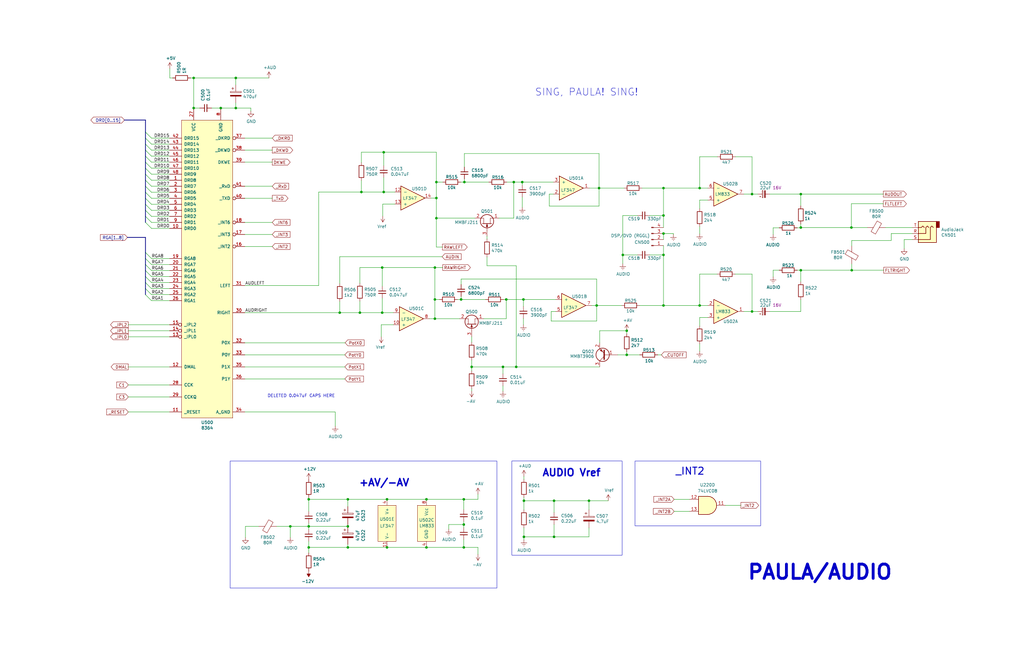
<source format=kicad_sch>
(kicad_sch (version 20230121) (generator eeschema)
  (paper "B")
  (title_block (title "AMIGA PCI") (date "2024-03-23") (rev "2.0"))
  (junction (at 216.662 76.835))
  (junction (at 220.218 76.835))
  (junction (at 184.023 76.835))
  (junction (at 130.175 210.693))
  (junction (at 337.693 81.915))
  (junction (at 213.487 126.365))
  (junction (at 146.685 210.693))
  (junction (at 279.781 128.905))
  (junction (at 317.119 131.445))
  (junction (at 122.428 222.123))
  (junction (at 295.021 79.375))
  (junction (at 93.091 45.593))
  (junction (at 161.798 81.026))
  (junction (at 130.175 231.013))
  (junction (at 262.636 107.569))
  (junction (at 220.726 126.365))
  (junction (at 81.661 32.893))
  (junction (at 233.6292 226.5426))
  (junction (at 248.3612 211.3026))
  (junction (at 163.195 210.693))
  (junction (at 212.09 154.813))
  (junction (at 161.163 131.953))
  (junction (at 220.9292 211.3026))
  (junction (at 217.678 154.813))
  (junction (at 317.119 81.915))
  (junction (at 195.58 231.013))
  (junction (at 130.175 222.123))
  (junction (at 99.441 45.593))
  (junction (at 81.661 45.593))
  (junction (at 194.437 126.365))
  (junction (at 337.693 96.012))
  (junction (at 183.388 126.365))
  (junction (at 146.685 222.123))
  (junction (at 99.441 32.893))
  (junction (at 279.781 79.375))
  (junction (at 220.9292 226.5426))
  (junction (at 195.834 76.835))
  (junction (at 183.388 134.493))
  (junction (at 163.195 231.013))
  (junction (at 264.287 139.573))
  (junction (at 195.58 221.361))
  (junction (at 183.388 112.903))
  (junction (at 359.156 114.046))
  (junction (at 152.4 81.026))
  (junction (at 279.781 90.932))
  (junction (at 184.023 92.075))
  (junction (at 359.029 96.012))
  (junction (at 337.693 114.046))
  (junction (at 179.832 231.013))
  (junction (at 151.765 131.953))
  (junction (at 279.781 107.569))
  (junction (at 264.287 149.733))
  (junction (at 279.781 98.552))
  (junction (at 161.163 112.903))
  (junction (at 233.6292 211.3026))
  (junction (at 252.603 79.375))
  (junction (at 146.685 231.013))
  (junction (at 251.587 128.905))
  (junction (at 161.798 64.262))
  (junction (at 179.832 210.693))
  (junction (at 184.023 83.566))
  (junction (at 198.882 154.813))
  (junction (at 295.021 128.905))
  (junction (at 195.58 210.693))
  (junction (at 143.256 131.953))
  (bus_entry (at 63.881 65.913) (size -2.54 -2.54))
  (bus_entry (at 63.881 88.773) (size -2.54 -2.54))
  (bus_entry (at 63.881 60.833) (size -2.54 -2.54))
  (bus_entry (at 63.881 114.173) (size -2.54 -2.54))
  (bus_entry (at 63.881 119.253) (size -2.54 -2.54))
  (bus_entry (at 63.881 83.693) (size -2.54 -2.54))
  (bus_entry (at 63.881 76.073) (size -2.54 -2.54))
  (bus_entry (at 63.881 91.313) (size -2.54 -2.54))
  (bus_entry (at 63.881 81.153) (size -2.54 -2.54))
  (bus_entry (at 63.881 63.373) (size -2.54 -2.54))
  (bus_entry (at 63.881 111.633) (size -2.54 -2.54))
  (bus_entry (at 63.881 73.533) (size -2.54 -2.54))
  (bus_entry (at 63.881 58.293) (size -2.54 -2.54))
  (bus_entry (at 63.881 68.453) (size -2.54 -2.54))
  (bus_entry (at 63.881 124.333) (size -2.54 -2.54))
  (bus_entry (at 63.881 86.233) (size -2.54 -2.54))
  (bus_entry (at 63.881 121.793) (size -2.54 -2.54))
  (bus_entry (at 63.881 96.393) (size -2.54 -2.54))
  (bus_entry (at 63.881 78.613) (size -2.54 -2.54))
  (bus_entry (at 63.881 109.093) (size -2.54 -2.54))
  (bus_entry (at 63.881 126.873) (size -2.54 -2.54))
  (bus_entry (at 63.881 116.713) (size -2.54 -2.54))
  (bus_entry (at 63.881 93.853) (size -2.54 -2.54))
  (bus_entry (at 63.881 70.993) (size -2.54 -2.54))
  (wire (pts (xy 54.102 142.113) (xy 71.501 142.113)))
  (wire (pts (xy 99.441 45.593) (xy 99.441 43.434)))
  (wire (pts (xy 130.175 210.693) (xy 146.685 210.693)))
  (wire (pts (xy 146.685 221.361) (xy 146.685 222.123)))
  (wire (pts (xy 337.693 96.012) (xy 359.029 96.012)))
  (wire (pts (xy 317.119 81.915) (xy 317.119 66.167)))
  (wire (pts (xy 233.6292 221.3356) (xy 233.6292 226.5426)))
  (wire (pts (xy 71.501 124.333) (xy 63.881 124.333)))
  (wire (pts (xy 210.439 92.075) (xy 216.662 92.075)))
  (bus (pts (xy 61.341 63.373) (xy 61.341 65.913)))
  (wire (pts (xy 183.388 112.903) (xy 161.163 112.903)))
  (wire (pts (xy 103.505 222.123) (xy 109.093 222.123)))
  (bus (pts (xy 61.341 81.153) (xy 61.341 83.693)))
  (wire (pts (xy 217.678 154.813) (xy 252.857 154.813)))
  (bus (pts (xy 61.341 88.773) (xy 61.341 91.313)))
  (bus (pts (xy 61.341 106.553) (xy 61.341 109.093)))
  (wire (pts (xy 183.388 134.493) (xy 183.388 126.365)))
  (wire (pts (xy 212.09 162.814) (xy 212.09 165.1)))
  (wire (pts (xy 103.251 173.863) (xy 141.351 173.863)))
  (wire (pts (xy 381.254 101.092) (xy 381.254 104.902)))
  (wire (pts (xy 264.287 148.463) (xy 264.287 149.733)))
  (wire (pts (xy 205.359 112.141) (xy 217.678 112.141)))
  (wire (pts (xy 71.501 65.913) (xy 63.881 65.913)))
  (wire (pts (xy 161.798 81.026) (xy 166.497 81.026)))
  (wire (pts (xy 71.501 63.373) (xy 63.881 63.373)))
  (bus (pts (xy 61.341 50.673) (xy 61.341 55.753)))
  (wire (pts (xy 184.023 92.075) (xy 184.023 104.267)))
  (wire (pts (xy 295.021 66.167) (xy 295.021 79.375)))
  (wire (pts (xy 336.169 114.046) (xy 337.693 114.046)))
  (wire (pts (xy 184.023 83.566) (xy 184.023 92.075)))
  (wire (pts (xy 216.662 76.835) (xy 220.218 76.835)))
  (wire (pts (xy 161.798 74.93) (xy 161.798 81.026)))
  (wire (pts (xy 359.156 101.473) (xy 375.793 101.473)))
  (wire (pts (xy 54.102 173.863) (xy 71.501 173.863)))
  (wire (pts (xy 71.501 93.853) (xy 63.881 93.853)))
  (wire (pts (xy 284.2768 215.7984) (xy 290.7284 215.7984)))
  (wire (pts (xy 262.636 107.569) (xy 268.859 107.569)))
  (wire (pts (xy 183.388 126.365) (xy 185.293 126.365)))
  (wire (pts (xy 220.9292 211.3026) (xy 220.9292 215.1126)))
  (wire (pts (xy 103.251 154.813) (xy 145.415 154.813)))
  (wire (pts (xy 302.514 66.167) (xy 295.021 66.167)))
  (wire (pts (xy 262.636 111.252) (xy 262.636 107.569)))
  (wire (pts (xy 359.156 114.046) (xy 359.156 111.379)))
  (wire (pts (xy 234.315 131.445) (xy 232.41 131.445)))
  (wire (pts (xy 212.09 154.813) (xy 212.09 157.734)))
  (wire (pts (xy 152.4 64.262) (xy 161.798 64.262)))
  (wire (pts (xy 195.58 210.693) (xy 201.549 210.693)))
  (wire (pts (xy 279.781 107.569) (xy 279.781 128.905)))
  (wire (pts (xy 302.387 115.697) (xy 295.021 115.697)))
  (wire (pts (xy 295.021 133.985) (xy 295.021 137.541)))
  (wire (pts (xy 130.175 222.123) (xy 146.685 222.123)))
  (wire (pts (xy 313.69 81.915) (xy 317.119 81.915)))
  (wire (pts (xy 231.648 81.915) (xy 233.299 81.915)))
  (wire (pts (xy 152.4 68.58) (xy 152.4 64.262)))
  (wire (pts (xy 71.628 32.893) (xy 72.771 32.893)))
  (wire (pts (xy 203.962 134.493) (xy 213.487 134.493)))
  (wire (pts (xy 198.882 142.113) (xy 198.882 144.399)))
  (wire (pts (xy 375.793 98.552) (xy 384.683 98.552)))
  (wire (pts (xy 233.6292 226.5426) (xy 248.3612 226.5426)))
  (wire (pts (xy 295.021 79.375) (xy 298.45 79.375)))
  (wire (pts (xy 151.765 131.953) (xy 161.163 131.953)))
  (wire (pts (xy 268.859 90.932) (xy 262.636 90.932)))
  (wire (pts (xy 71.501 86.233) (xy 63.881 86.233)))
  (wire (pts (xy 130.175 210.693) (xy 130.175 215.773)))
  (wire (pts (xy 183.388 112.903) (xy 183.388 126.365)))
  (wire (pts (xy 269.748 128.905) (xy 279.781 128.905)))
  (wire (pts (xy 122.428 222.123) (xy 116.713 222.123)))
  (wire (pts (xy 146.685 231.013) (xy 163.195 231.013)))
  (wire (pts (xy 130.175 209.931) (xy 130.175 210.693)))
  (wire (pts (xy 273.939 107.569) (xy 279.781 107.569)))
  (bus (pts (xy 61.341 73.533) (xy 61.341 76.073)))
  (wire (pts (xy 195.834 76.835) (xy 206.121 76.835)))
  (wire (pts (xy 181.737 83.566) (xy 184.023 83.566)))
  (wire (pts (xy 195.834 64.77) (xy 252.603 64.77)))
  (wire (pts (xy 220.9292 209.9056) (xy 220.9292 211.3026)))
  (wire (pts (xy 146.685 231.013) (xy 130.175 231.013)))
  (wire (pts (xy 373.38 96.012) (xy 384.683 96.012)))
  (wire (pts (xy 152.4 81.026) (xy 161.798 81.026)))
  (wire (pts (xy 161.417 86.106) (xy 161.417 91.186)))
  (wire (pts (xy 183.388 134.493) (xy 193.802 134.493)))
  (wire (pts (xy 184.023 83.566) (xy 184.023 76.835)))
  (wire (pts (xy 184.023 76.835) (xy 184.023 64.262)))
  (wire (pts (xy 359.029 96.012) (xy 359.029 85.979)))
  (wire (pts (xy 252.603 79.375) (xy 252.603 64.77)))
  (wire (pts (xy 143.256 131.953) (xy 151.765 131.953)))
  (wire (pts (xy 317.119 115.697) (xy 310.007 115.697)))
  (wire (pts (xy 248.3612 211.3026) (xy 256.4892 211.3026)))
  (wire (pts (xy 152.4 76.2) (xy 152.4 81.026)))
  (wire (pts (xy 233.6292 216.2556) (xy 233.6292 211.3026)))
  (wire (pts (xy 252.857 139.573) (xy 264.287 139.573)))
  (wire (pts (xy 71.501 83.693) (xy 63.881 83.693)))
  (wire (pts (xy 231.648 81.915) (xy 231.648 86.995)))
  (wire (pts (xy 220.9292 227.8126) (xy 220.9292 226.5426)))
  (wire (pts (xy 114.808 98.933) (xy 103.251 98.933)))
  (wire (pts (xy 326.009 96.139) (xy 326.009 98.933)))
  (wire (pts (xy 71.501 76.073) (xy 63.881 76.073)))
  (wire (pts (xy 81.661 32.893) (xy 99.441 32.893)))
  (wire (pts (xy 151.765 127.127) (xy 151.765 131.953)))
  (wire (pts (xy 103.251 144.653) (xy 145.542 144.653)))
  (wire (pts (xy 217.678 112.141) (xy 217.678 154.813)))
  (wire (pts (xy 184.023 76.835) (xy 186.69 76.835)))
  (wire (pts (xy 279.781 79.375) (xy 295.021 79.375)))
  (wire (pts (xy 279.781 90.932) (xy 279.781 79.375)))
  (wire (pts (xy 248.539 79.375) (xy 252.603 79.375)))
  (wire (pts (xy 337.693 96.139) (xy 337.693 96.012)))
  (wire (pts (xy 295.021 84.455) (xy 295.021 88.011)))
  (wire (pts (xy 220.726 134.366) (xy 220.726 137.033)))
  (wire (pts (xy 195.58 227.711) (xy 195.58 231.013)))
  (wire (pts (xy 184.023 104.267) (xy 186.563 104.267)))
  (bus (pts (xy 61.341 65.913) (xy 61.341 68.453)))
  (wire (pts (xy 220.218 83.185) (xy 220.218 87.503)))
  (wire (pts (xy 186.436 108.331) (xy 143.256 108.331)))
  (wire (pts (xy 194.437 126.365) (xy 204.724 126.365)))
  (wire (pts (xy 317.119 66.167) (xy 310.134 66.167)))
  (wire (pts (xy 359.029 85.979) (xy 372.491 85.979)))
  (bus (pts (xy 61.341 50.673) (xy 52.451 50.673)))
  (wire (pts (xy 71.501 126.873) (xy 63.881 126.873)))
  (bus (pts (xy 61.341 70.993) (xy 61.341 73.533)))
  (wire (pts (xy 264.287 149.733) (xy 269.748 149.733)))
  (wire (pts (xy 232.41 135.509) (xy 251.587 135.509)))
  (wire (pts (xy 359.156 114.046) (xy 372.618 114.046)))
  (wire (pts (xy 248.3612 215.1126) (xy 248.3612 211.3026)))
  (wire (pts (xy 130.175 222.123) (xy 130.175 223.393)))
  (wire (pts (xy 54.102 139.573) (xy 71.501 139.573)))
  (wire (pts (xy 103.505 222.123) (xy 103.505 226.822)))
  (wire (pts (xy 194.437 125.095) (xy 194.437 126.365)))
  (wire (pts (xy 130.175 233.299) (xy 130.175 231.013)))
  (wire (pts (xy 80.391 32.893) (xy 81.661 32.893)))
  (wire (pts (xy 71.501 88.773) (xy 63.881 88.773)))
  (wire (pts (xy 143.256 127.254) (xy 143.256 131.953)))
  (wire (pts (xy 71.501 73.533) (xy 63.881 73.533)))
  (wire (pts (xy 195.58 231.013) (xy 201.549 231.013)))
  (wire (pts (xy 326.009 114.046) (xy 326.009 116.84)))
  (wire (pts (xy 252.603 79.375) (xy 263.144 79.375)))
  (wire (pts (xy 122.428 222.123) (xy 122.428 226.822)))
  (wire (pts (xy 233.6292 211.3026) (xy 248.3612 211.3026)))
  (wire (pts (xy 337.693 114.046) (xy 359.156 114.046)))
  (wire (pts (xy 114.808 63.373) (xy 103.251 63.373)))
  (wire (pts (xy 161.163 125.857) (xy 161.163 131.953)))
  (wire (pts (xy 220.9292 226.5426) (xy 233.6292 226.5426)))
  (wire (pts (xy 220.726 126.365) (xy 234.315 126.365)))
  (bus (pts (xy 61.341 91.313) (xy 61.341 93.853)))
  (wire (pts (xy 270.764 79.375) (xy 279.781 79.375)))
  (wire (pts (xy 99.441 35.814) (xy 99.441 32.893)))
  (wire (pts (xy 146.685 210.693) (xy 163.195 210.693)))
  (wire (pts (xy 71.501 109.093) (xy 63.881 109.093)))
  (wire (pts (xy 359.029 96.012) (xy 365.76 96.012)))
  (wire (pts (xy 279.781 90.932) (xy 279.781 96.012)))
  (wire (pts (xy 114.808 83.693) (xy 103.251 83.693)))
  (wire (pts (xy 146.685 210.693) (xy 146.685 213.741)))
  (wire (pts (xy 163.195 231.013) (xy 179.832 231.013)))
  (wire (pts (xy 161.163 131.953) (xy 165.862 131.953)))
  (wire (pts (xy 198.882 154.813) (xy 212.09 154.813)))
  (wire (pts (xy 201.549 231.013) (xy 201.549 233.934)))
  (wire (pts (xy 279.781 98.552) (xy 283.972 98.552)))
  (wire (pts (xy 328.549 96.139) (xy 326.009 96.139)))
  (wire (pts (xy 114.808 68.453) (xy 103.251 68.453)))
  (wire (pts (xy 161.163 112.903) (xy 151.765 112.903)))
  (bus (pts (xy 61.341 58.293) (xy 61.341 60.833)))
  (wire (pts (xy 54.102 154.813) (xy 71.501 154.813)))
  (wire (pts (xy 262.636 90.932) (xy 262.636 107.569)))
  (wire (pts (xy 71.501 60.833) (xy 63.881 60.833)))
  (wire (pts (xy 359.156 103.759) (xy 359.156 101.473)))
  (wire (pts (xy 130.175 231.013) (xy 130.175 228.473)))
  (bus (pts (xy 61.341 60.833) (xy 61.341 63.373)))
  (wire (pts (xy 166.497 86.106) (xy 161.417 86.106)))
  (wire (pts (xy 298.45 84.455) (xy 295.021 84.455)))
  (wire (pts (xy 114.808 78.613) (xy 103.251 78.613)))
  (wire (pts (xy 231.648 86.995) (xy 252.603 86.995)))
  (bus (pts (xy 61.341 100.203) (xy 53.721 100.203)))
  (wire (pts (xy 298.45 133.985) (xy 295.021 133.985)))
  (wire (pts (xy 103.251 159.893) (xy 145.415 159.893)))
  (wire (pts (xy 375.793 101.473) (xy 375.793 98.552)))
  (wire (pts (xy 71.501 119.253) (xy 63.881 119.253)))
  (wire (pts (xy 337.693 86.868) (xy 337.693 81.915)))
  (wire (pts (xy 220.218 78.105) (xy 220.218 76.835)))
  (wire (pts (xy 163.195 210.693) (xy 179.832 210.693)))
  (wire (pts (xy 337.693 126.492) (xy 337.693 131.445)))
  (wire (pts (xy 134.366 81.026) (xy 152.4 81.026)))
  (wire (pts (xy 179.832 210.693) (xy 195.58 210.693)))
  (wire (pts (xy 71.501 70.993) (xy 63.881 70.993)))
  (wire (pts (xy 189.23 221.361) (xy 189.23 223.266)))
  (wire (pts (xy 279.781 90.932) (xy 273.939 90.932)))
  (wire (pts (xy 317.119 131.445) (xy 317.119 115.697)))
  (wire (pts (xy 279.781 98.552) (xy 279.781 101.092)))
  (wire (pts (xy 195.58 220.091) (xy 195.58 221.361)))
  (wire (pts (xy 184.023 92.075) (xy 200.279 92.075)))
  (wire (pts (xy 189.23 221.361) (xy 195.58 221.361)))
  (wire (pts (xy 141.351 179.832) (xy 141.351 173.863)))
  (wire (pts (xy 198.882 152.019) (xy 198.882 154.813)))
  (wire (pts (xy 295.021 115.697) (xy 295.021 128.905)))
  (wire (pts (xy 71.501 78.613) (xy 63.881 78.613)))
  (bus (pts (xy 61.341 121.793) (xy 61.341 124.333)))
  (wire (pts (xy 324.612 131.445) (xy 337.693 131.445)))
  (wire (pts (xy 324.612 81.915) (xy 337.693 81.915)))
  (wire (pts (xy 220.9292 201.0156) (xy 220.9292 202.2856)))
  (wire (pts (xy 179.832 231.013) (xy 195.58 231.013)))
  (wire (pts (xy 216.662 76.835) (xy 213.741 76.835)))
  (wire (pts (xy 220.726 129.286) (xy 220.726 126.365)))
  (wire (pts (xy 103.251 131.953) (xy 143.256 131.953)))
  (wire (pts (xy 336.169 96.139) (xy 337.693 96.139)))
  (wire (pts (xy 284.2768 210.7184) (xy 290.7284 210.7184)))
  (wire (pts (xy 195.834 70.485) (xy 195.834 64.77)))
  (wire (pts (xy 337.693 114.046) (xy 337.693 118.872)))
  (wire (pts (xy 205.359 99.695) (xy 205.359 100.838)))
  (wire (pts (xy 181.102 134.493) (xy 183.388 134.493)))
  (wire (pts (xy 161.798 64.262) (xy 161.798 69.85)))
  (wire (pts (xy 71.501 68.453) (xy 63.881 68.453)))
  (bus (pts (xy 61.341 86.233) (xy 61.341 88.773)))
  (wire (pts (xy 183.388 112.903) (xy 186.69 112.903)))
  (wire (pts (xy 220.9292 222.7326) (xy 220.9292 226.5426)))
  (wire (pts (xy 295.021 95.631) (xy 295.021 98.679)))
  (wire (pts (xy 146.685 231.013) (xy 146.685 229.743)))
  (wire (pts (xy 114.808 104.013) (xy 103.251 104.013)))
  (wire (pts (xy 71.501 121.793) (xy 63.881 121.793)))
  (wire (pts (xy 216.662 92.075) (xy 216.662 76.835)))
  (wire (pts (xy 337.693 96.012) (xy 337.693 94.488)))
  (wire (pts (xy 220.218 76.835) (xy 233.299 76.835)))
  (wire (pts (xy 54.102 137.033) (xy 71.501 137.033)))
  (wire (pts (xy 277.368 149.733) (xy 278.892 149.733)))
  (wire (pts (xy 198.882 154.813) (xy 198.882 156.464)))
  (wire (pts (xy 195.58 221.361) (xy 195.58 222.631)))
  (wire (pts (xy 279.781 103.632) (xy 279.781 107.569)))
  (wire (pts (xy 212.09 154.813) (xy 217.678 154.813)))
  (wire (pts (xy 283.972 98.552) (xy 283.972 98.933)))
  (bus (pts (xy 61.341 100.203) (xy 61.341 106.553)))
  (wire (pts (xy 114.808 93.853) (xy 103.251 93.853)))
  (wire (pts (xy 71.501 91.313) (xy 63.881 91.313)))
  (wire (pts (xy 248.3612 226.5426) (xy 248.3612 222.7326)))
  (wire (pts (xy 71.501 81.153) (xy 63.881 81.153)))
  (wire (pts (xy 328.549 114.046) (xy 326.009 114.046)))
  (wire (pts (xy 161.798 64.262) (xy 184.023 64.262)))
  (wire (pts (xy 305.9684 213.2584) (xy 312.42 213.2584)))
  (wire (pts (xy 260.477 149.733) (xy 264.287 149.733)))
  (wire (pts (xy 205.359 108.458) (xy 205.359 112.141)))
  (wire (pts (xy 213.487 126.365) (xy 220.726 126.365)))
  (wire (pts (xy 319.532 131.445) (xy 317.119 131.445)))
  (bus (pts (xy 61.341 111.633) (xy 61.341 114.173)))
  (wire (pts (xy 384.683 101.092) (xy 381.254 101.092)))
  (wire (pts (xy 99.441 32.893) (xy 113.411 32.893)))
  (bus (pts (xy 61.341 78.613) (xy 61.341 81.153)))
  (wire (pts (xy 143.256 108.331) (xy 143.256 119.634)))
  (bus (pts (xy 61.341 114.173) (xy 61.341 116.713)))
  (wire (pts (xy 71.501 116.713) (xy 63.881 116.713)))
  (wire (pts (xy 103.251 149.733) (xy 145.415 149.733)))
  (wire (pts (xy 279.781 128.905) (xy 295.021 128.905)))
  (wire (pts (xy 295.021 128.905) (xy 298.45 128.905)))
  (wire (pts (xy 192.913 126.365) (xy 194.437 126.365)))
  (wire (pts (xy 103.251 120.523) (xy 134.366 120.523)))
  (wire (pts (xy 194.437 117.729) (xy 251.587 117.729)))
  (wire (pts (xy 71.628 28.956) (xy 71.628 32.893)))
  (wire (pts (xy 81.661 45.593) (xy 81.661 32.893)))
  (wire (pts (xy 295.021 145.161) (xy 295.021 148.209)))
  (wire (pts (xy 251.587 128.905) (xy 262.128 128.905)))
  (wire (pts (xy 195.834 75.565) (xy 195.834 76.835)))
  (wire (pts (xy 71.501 96.393) (xy 63.881 96.393)))
  (wire (pts (xy 93.091 45.593) (xy 99.441 45.593)))
  (bus (pts (xy 61.341 116.713) (xy 61.341 119.253)))
  (bus (pts (xy 61.341 76.073) (xy 61.341 78.613)))
  (wire (pts (xy 89.281 45.593) (xy 93.091 45.593)))
  (wire (pts (xy 213.487 126.365) (xy 212.344 126.365)))
  (wire (pts (xy 251.587 135.509) (xy 251.587 128.905)))
  (wire (pts (xy 99.441 45.593) (xy 105.791 45.593)))
  (wire (pts (xy 213.487 134.493) (xy 213.487 126.365)))
  (wire (pts (xy 84.201 45.593) (xy 81.661 45.593)))
  (bus (pts (xy 61.341 68.453) (xy 61.341 70.993)))
  (wire (pts (xy 252.603 86.995) (xy 252.603 79.375)))
  (wire (pts (xy 151.765 112.903) (xy 151.765 119.507)))
  (bus (pts (xy 61.341 55.753) (xy 61.341 58.293)))
  (wire (pts (xy 114.808 58.293) (xy 103.251 58.293)))
  (wire (pts (xy 201.549 210.693) (xy 201.549 208.534)))
  (wire (pts (xy 130.175 220.853) (xy 130.175 222.123)))
  (wire (pts (xy 134.366 120.523) (xy 134.366 81.026)))
  (wire (pts (xy 220.9292 211.3026) (xy 233.6292 211.3026)))
  (wire (pts (xy 54.102 167.513) (xy 71.501 167.513)))
  (bus (pts (xy 61.341 83.693) (xy 61.341 86.233)))
  (wire (pts (xy 313.69 131.445) (xy 317.119 131.445)))
  (wire (pts (xy 198.882 164.084) (xy 198.882 164.973)))
  (wire (pts (xy 194.31 76.835) (xy 195.834 76.835)))
  (wire (pts (xy 264.287 139.573) (xy 264.287 140.843)))
  (wire (pts (xy 232.41 131.445) (xy 232.41 135.509)))
  (bus (pts (xy 61.341 109.093) (xy 61.341 111.633)))
  (wire (pts (xy 105.791 45.593) (xy 105.791 46.863)))
  (wire (pts (xy 165.862 137.033) (xy 160.782 137.033)))
  (wire (pts (xy 54.102 162.433) (xy 71.501 162.433)))
  (wire (pts (xy 194.437 120.015) (xy 194.437 117.729)))
  (wire (pts (xy 71.501 114.173) (xy 63.881 114.173)))
  (wire (pts (xy 251.587 128.905) (xy 251.587 117.729)))
  (wire (pts (xy 161.163 112.903) (xy 161.163 120.777)))
  (wire (pts (xy 337.693 81.915) (xy 372.491 81.915)))
  (wire (pts (xy 71.501 58.293) (xy 63.881 58.293)))
  (wire (pts (xy 195.58 210.693) (xy 195.58 215.011)))
  (wire (pts (xy 160.782 137.033) (xy 160.782 142.113)))
  (wire (pts (xy 122.428 222.123) (xy 130.175 222.123)))
  (wire (pts (xy 252.857 144.653) (xy 252.857 139.573)))
  (bus (pts (xy 61.341 119.253) (xy 61.341 121.793)))
  (wire (pts (xy 71.501 111.633) (xy 63.881 111.633)))
  (wire (pts (xy 319.532 81.915) (xy 317.119 81.915)))
  (wire (pts (xy 249.555 128.905) (xy 251.587 128.905)))
  (rectangle (start 215.8492 194.5386) (end 262.3312 234.2896))
  (rectangle (start 97.028 194.564) (end 209.55 248.158))
  (rectangle (start 267.7668 194.564) (end 320.7512 221.8944))
  (text "AUDIO Vref" (at 253.5682 201.3966 0) (effects (font (size 3 3) (thickness 0.6) bold) (justify right bottom)))
  (text "SING, PAULA! SING!" (at 225.552 40.767 0) (effects (font (size 3 3)) (justify left bottom)))
  (text "+AV/-AV" (at 172.847 205.613 0) (effects (font (size 3 3) (thickness 0.6) bold) (justify right bottom)))
  (text "DELETED 0.047uF CAPS HERE" (at 112.776 167.894 0) (effects (font (size 1.27 1.27)) (justify left bottom)))
  (text "_INT2" (at 284.734 200.7616 0) (effects (font (size 3 3) (thickness 0.4) bold) (justify left bottom)))
  (text "PAULA/AUDIO" (at 314.833 245.11 0) (effects (font (size 6 6) (thickness 1.2) bold) (justify left bottom)))
  (label "DRD2" (at 71.501 91.313 180) (effects (font (size 1.2954 1.2954))))
  (label "DRD3" (at 71.501 88.773 180) (effects (font (size 1.2954 1.2954))))
  (label "DRD6" (at 71.501 81.153 180) (effects (font (size 1.2954 1.2954))))
  (label "DRD14" (at 71.501 60.833 180) (effects (font (size 1.2954 1.2954))))
  (label "DRD7" (at 71.501 78.613 180) (effects (font (size 1.2954 1.2954))))
  (label "DRD0" (at 71.501 96.393 180) (effects (font (size 1.2954 1.2954))))
  (label "RGA7" (at 63.881 111.633 0) (effects (font (size 1.2954 1.2954))))
  (label "RGA4" (at 63.881 119.253 0) (effects (font (size 1.2954 1.2954))))
  (label "DRD4" (at 71.501 86.233 180) (effects (font (size 1.2954 1.2954))))
  (label "RGA6" (at 63.881 114.173 0) (effects (font (size 1.2954 1.2954))))
  (label "DRD5" (at 71.501 83.693 180) (effects (font (size 1.2954 1.2954))))
  (label "RGA3" (at 63.881 121.793 0) (effects (font (size 1.2954 1.2954))))
  (label "AUDRIGHT" (at 103.378 131.953 0))
  (label "DRD11" (at 71.501 68.453 180) (effects (font (size 1.2954 1.2954))))
  (label "RGA2" (at 63.881 124.333 0) (effects (font (size 1.2954 1.2954))))
  (label "DRD8" (at 71.501 76.073 180) (effects (font (size 1.2954 1.2954))))
  (label "DRD1" (at 71.501 93.853 180) (effects (font (size 1.2954 1.2954))))
  (label "DRD9" (at 71.501 73.533 180) (effects (font (size 1.2954 1.2954))))
  (label "DRD13" (at 71.501 63.373 180) (effects (font (size 1.2954 1.2954))))
  (label "DRD15" (at 71.501 58.293 180) (effects (font (size 1.2954 1.2954))))
  (label "RGA8" (at 63.881 109.093 0) (effects (font (size 1.2954 1.2954))))
  (label "AUDLEFT" (at 103.378 120.523 0))
  (label "RGA5" (at 63.881 116.713 0) (effects (font (size 1.2954 1.2954))))
  (label "DRD10" (at 71.501 70.993 180) (effects (font (size 1.2954 1.2954))))
  (label "RGA1" (at 63.881 126.873 0) (effects (font (size 1.2954 1.2954))))
  (label "DRD12" (at 71.501 65.913 180) (effects (font (size 1.2954 1.2954))))
  (global_label "_INT2" (shape input) (at 114.808 104.013 0) (property "Intersheetrefs" "${INTERSHEET_REFS}" (at 122.7938 104.013 0) (effects (justify left))))
  (global_label "FLTRIGHT" (shape output) (at 372.618 114.046 0) (property "Intersheetrefs" "${INTERSHEET_REFS}" (at 384.051 114.046 0) (effects (justify left))))
  (global_label "PotX1" (shape input) (at 145.415 154.813 0) (property "Intersheetrefs" "${INTERSHEET_REFS}" (at 153.8845 154.813 0) (effects (justify left))))
  (global_label "DMAL" (shape output) (at 54.102 154.813 180) (property "Intersheetrefs" "${INTERSHEET_REFS}" (at 46.3581 154.813 0) (effects (justify right))))
  (global_label "_INT2A" (shape input) (at 284.2768 210.7184 180) (property "Intersheetrefs" "${INTERSHEET_REFS}" (at 275.123 210.7184 0) (effects (justify right))))
  (global_label "_INT6" (shape input) (at 114.808 93.853 0) (property "Intersheetrefs" "${INTERSHEET_REFS}" (at 122.7938 93.853 0) (effects (justify left))))
  (global_label "DRD[0..15]" (shape bidirectional) (at 52.451 50.673 180) (effects (font (size 1.2954 1.2954))) (property "Intersheetrefs" "${INTERSHEET_REFS}" (at 37.8058 50.673 0) (effects (justify right))))
  (global_label "AUDIN" (shape input) (at 186.436 108.331 0) (property "Intersheetrefs" "${INTERSHEET_REFS}" (at 194.9662 108.331 0) (effects (justify left))))
  (global_label "C1" (shape input) (at 54.102 162.433 180) (property "Intersheetrefs" "${INTERSHEET_REFS}" (at 48.7167 162.433 0) (effects (justify right))))
  (global_label "_INT2" (shape output) (at 312.42 213.2584 0) (property "Intersheetrefs" "${INTERSHEET_REFS}" (at 320.4852 213.2584 0) (effects (justify left))))
  (global_label "PotY0" (shape input) (at 145.415 149.733 0) (property "Intersheetrefs" "${INTERSHEET_REFS}" (at 153.7636 149.733 0) (effects (justify left))))
  (global_label "_IPL0" (shape output) (at 54.102 142.113 180) (property "Intersheetrefs" "${INTERSHEET_REFS}" (at 46.1162 142.113 0) (effects (justify right))))
  (global_label "C3" (shape input) (at 54.102 167.513 180) (property "Intersheetrefs" "${INTERSHEET_REFS}" (at 48.7167 167.513 0) (effects (justify right))))
  (global_label "_RxD" (shape input) (at 114.808 78.613 0) (property "Intersheetrefs" "${INTERSHEET_REFS}" (at 122.2495 78.613 0) (effects (justify left))))
  (global_label "PotY1" (shape input) (at 145.415 159.893 0) (property "Intersheetrefs" "${INTERSHEET_REFS}" (at 153.7636 159.893 0) (effects (justify left))))
  (global_label "PotX0" (shape input) (at 145.542 144.653 0) (property "Intersheetrefs" "${INTERSHEET_REFS}" (at 154.0115 144.653 0) (effects (justify left))))
  (global_label "DKWE" (shape output) (at 114.808 68.453 0) (property "Intersheetrefs" "${INTERSHEET_REFS}" (at 122.8542 68.453 0) (effects (justify left))))
  (global_label "RGA[1..8]" (shape input) (at 53.721 100.203 180) (property "Intersheetrefs" "${INTERSHEET_REFS}" (at 41.8646 100.203 0) (effects (justify right))))
  (global_label "FLTLEFT" (shape output) (at 372.491 85.979 0) (property "Intersheetrefs" "${INTERSHEET_REFS}" (at 382.7144 85.979 0) (effects (justify left))))
  (global_label "_IPL1" (shape output) (at 54.102 139.573 180) (property "Intersheetrefs" "${INTERSHEET_REFS}" (at 46.1162 139.573 0) (effects (justify right))))
  (global_label "_RESET" (shape input) (at 54.102 173.863 180) (property "Intersheetrefs" "${INTERSHEET_REFS}" (at 44.4835 173.863 0) (effects (justify right))))
  (global_label "_DKRD" (shape input) (at 114.808 58.293 0) (property "Intersheetrefs" "${INTERSHEET_REFS}" (at 123.7614 58.293 0) (effects (justify left))))
  (global_label "_DKWD" (shape output) (at 114.808 63.373 0) (property "Intersheetrefs" "${INTERSHEET_REFS}" (at 123.9428 63.373 0) (effects (justify left))))
  (global_label "RAWRIGHT" (shape output) (at 186.69 112.903 0) (property "Intersheetrefs" "${INTERSHEET_REFS}" (at 198.8487 112.903 0) (effects (justify left))))
  (global_label "_TxD" (shape output) (at 114.808 83.693 0) (property "Intersheetrefs" "${INTERSHEET_REFS}" (at 121.9471 83.693 0) (effects (justify left))))
  (global_label "_INT2B" (shape input) (at 284.2768 215.7984 180) (property "Intersheetrefs" "${INTERSHEET_REFS}" (at 274.9416 215.7984 0) (effects (justify right))))
  (global_label "RAWLEFT" (shape output) (at 186.563 104.267 0) (property "Intersheetrefs" "${INTERSHEET_REFS}" (at 197.5121 104.267 0) (effects (justify left))))
  (global_label "_IPL2" (shape output) (at 54.102 137.033 180) (property "Intersheetrefs" "${INTERSHEET_REFS}" (at 46.1162 137.033 0) (effects (justify right))))
  (global_label "_CUTOFF" (shape input) (at 278.892 149.733 0) (property "Intersheetrefs" "${INTERSHEET_REFS}" (at 289.8412 149.733 0) (effects (justify left))))
  (global_label "AUDOUT" (shape output) (at 372.491 81.915 0) (property "Intersheetrefs" "${INTERSHEET_REFS}" (at 382.7145 81.915 0) (effects (justify left))))
  (global_label "_INT3" (shape input) (at 114.808 98.933 0) (property "Intersheetrefs" "${INTERSHEET_REFS}" (at 122.7938 98.933 0) (effects (justify left))))
  (symbol (lib_id "AmigaPCI-Symbols:AUDIO GND") (at 122.428 226.822 0) (unit 1)
    (property "Reference" "#PWR091" (effects hide))
    (property "Value" "AUDIO" (at 122.555 231.2162 0))
    (instances (project "AmigaPCI Mainboard" (path "" (reference "#PWR091") (unit 1))) (project "2000ATX" (path "" (reference "#PWR0287") (unit 1))))
  )
  (symbol (lib_id "AmigaPCI-Symbols:+AV") (at 201.549 208.534 0) (unit 1)
    (property "Reference" "#+AV02" (effects hide))
    (property "Value" "+AV" (at 201.93 204.1398 0))
    (instances (project "AmigaPCI Mainboard" (path "" (reference "#+AV02") (unit 1))) (project "2000ATX" (path "" (reference "#+AV0101") (unit 1))))
  )
  (symbol (lib_id "Device:C_Small") (at 130.175 218.313 0) (unit 1)
    (property "Reference" "C508" (at 133.096 217.1446 0) (effects (justify left)))
    (property "Value" "0.22uF" (at 133.096 219.456 0) (effects (justify left)))
    (property "Footprint" "Capacitor_SMD:C_0603_1608Metric" (effects hide))
    (instances (project "AmigaPCI Mainboard" (path "" (reference "C508") (unit 1))) (project "2000ATX" (path "" (reference "C220") (unit 1))))
  )
  (symbol (lib_id "AmigaPCI-Symbols:Ferrite_Bead") (at 369.57 96.012 90) (unit 1)
    (property "Reference" "FB500" (at 369.57 89.0524 90))
    (property "Value" "80R" (at 369.57 91.3638 90))
    (property "Footprint" "Capacitor_SMD:C_0805_2012Metric" (effects hide))
    (instances (project "AmigaPCI Mainboard" (path "" (reference "FB500") (unit 1))) (project "2000ATX" (path "" (reference "FB401") (unit 1)) (path "" (reference "FB401") (unit 1))))
  )
  (symbol (lib_id "74xx:74LS08") (at 298.3484 213.2584 0) (unit 4)
    (property "Reference" "U220" (at 298.3401 204.6224 0))
    (property "Value" "74LVC08" (at 298.3401 207.1624 0))
    (property "Footprint" "Package_SO:TSSOP-14_4.4x5mm_P0.65mm" (effects hide))
    (property "Datasheet" "http://www.ti.com/lit/gpn/sn74LS08" (effects hide))
  )
  (symbol (lib_id "AmigaPCI-Symbols:+AV") (at 264.287 139.573 0) (unit 1)
    (property "Reference" "#+AV03" (effects hide))
    (property "Value" "+AV" (at 264.668 135.1788 0))
    (instances (project "AmigaPCI Mainboard" (path "" (reference "#+AV03") (unit 1))) (project "2000ATX" (path "" (reference "#+AV0102") (unit 1))))
  )
  (symbol (lib_id "power:+5V") (at 71.628 28.956 0) (unit 1)
    (property "Reference" "#PWR069" (effects hide))
    (property "Value" "+5V" (at 72.009 24.5618 0))
    (instances (project "AmigaPCI Mainboard" (path "" (reference "#PWR069") (unit 1))) (project "2000ATX" (path "" (reference "#PWR0276") (unit 1))))
  )
  (symbol (lib_id "Device:C_Polarized") (at 146.685 217.551 0) (unit 1)
    (property "Reference" "C523" (at 153.162 217.551 90))
    (property "Value" "47uF" (at 150.8506 217.551 90))
    (property "Footprint" "Capacitor_THT:CP_Radial_D5.0mm_P2.00mm" (effects hide))
    (instances (project "AmigaPCI Mainboard" (path "" (reference "C523") (unit 1))) (project "2000ATX" (path "" (reference "C222") (unit 1)) (path "" (reference "C222") (unit 1))))
  )
  (symbol (lib_id "Device:R") (at 143.256 123.444 0) (unit 1)
    (property "Reference" "R506" (at 145.034 122.2756 0) (effects (justify left)))
    (property "Value" "1k2" (at 145.034 124.587 0) (effects (justify left)))
    (property "Footprint" "Resistor_SMD:R_0603_1608Metric" (effects hide))
    (instances (project "AmigaPCI Mainboard" (path "" (reference "R506") (unit 1))) (project "2000ATX" (path "" (reference "R210") (unit 1))))
  )
  (symbol (lib_id "Connector:Conn_01x04_Pin") (at 274.701 101.092 0) (mirror x) (unit 1)
    (property "Reference" "CN500" (at 270.764 102.235 0))
    (property "Value" "DSP/DVD (RGGL)" (at 265.811 99.441 0))
    (property "Footprint" "Connector_PinHeader_2.54mm:PinHeader_1x04_P2.54mm_Vertical" (effects hide))
    (property "Part Number" "5-103639-3" (effects hide))
  )
  (symbol (lib_id "power:-12V") (at 130.175 240.919 180) (unit 1)
    (property "Reference" "#PWR093" (effects hide))
    (property "Value" "-12V" (at 129.794 245.3132 0))
    (instances (project "AmigaPCI Mainboard" (path "" (reference "#PWR093") (unit 1))) (project "2000ATX" (path "" (reference "#PWR0286") (unit 1))))
  )
  (symbol (lib_id "Device:R") (at 337.693 122.682 0) (unit 1)
    (property "Reference" "R522" (at 339.471 121.5136 0) (effects (justify left)))
    (property "Value" "1k" (at 339.471 123.825 0) (effects (justify left)))
    (property "Footprint" "Resistor_SMD:R_0603_1608Metric" (effects hide))
    (instances (project "AmigaPCI Mainboard" (path "" (reference "R522") (unit 1))) (project "2000ATX" (path "" (reference "R210") (unit 1))))
  )
  (symbol (lib_id "Device:R") (at 295.021 141.351 0) (unit 1)
    (property "Reference" "R519" (at 296.799 140.1826 0) (effects (justify left)))
    (property "Value" "2k4" (at 296.799 142.494 0) (effects (justify left)))
    (property "Footprint" "Resistor_SMD:R_0603_1608Metric" (effects hide))
    (instances (project "AmigaPCI Mainboard" (path "" (reference "R519") (unit 1))) (project "2000ATX" (path "" (reference "R210") (unit 1))))
  )
  (symbol (lib_id "Transistor_BJT:MMBT3906") (at 255.397 149.733 180) (unit 1)
    (property "Reference" "Q502" (at 250.571 148.336 0) (effects (justify left)))
    (property "Value" "MMBT3906" (at 250.571 150.368 0) (effects (justify left)))
    (property "Footprint" "Package_TO_SOT_SMD:SOT-23" (effects hide))
    (property "Datasheet" "https://www.onsemi.com/pdf/datasheet/pzt3906-d.pdf" (effects hide))
    (instances (project "AmigaPCI Mainboard" (path "" (reference "Q502") (unit 1))) (project "2000ATX" (path "" (reference "Q202") (unit 1))))
  )
  (symbol (lib_id "AmigaPCI-Symbols:LF347") (at 172.847 83.566 0) (mirror x) (unit 4)
    (property "Reference" "U501" (at 176.784 79.629 0))
    (property "Value" "LF347" (at 172.847 83.693 0))
    (property "Footprint" "Package_SO:SOIC-14_3.9x8.7mm_P1.27mm" (effects hide))
    (instances (project "AmigaPCI Mainboard" (path "" (reference "U501") (unit 4))) (project "2000ATX" (path "" (reference "U204") (unit 3))))
  )
  (symbol (lib_id "Device:R") (at 151.765 123.317 0) (unit 1)
    (property "Reference" "R505" (at 153.543 122.1486 0) (effects (justify left)))
    (property "Value" "750R" (at 153.543 124.46 0) (effects (justify left)))
    (property "Footprint" "Resistor_SMD:R_0603_1608Metric" (effects hide))
    (instances (project "AmigaPCI Mainboard" (path "" (reference "R505") (unit 1))) (project "2000ATX" (path "" (reference "R210") (unit 1))))
  )
  (symbol (lib_id "Device:C_Small") (at 220.726 131.826 0) (unit 1)
    (property "Reference" "C516" (at 223.647 130.6576 0) (effects (justify left)))
    (property "Value" "3900pF" (at 223.647 132.969 0) (effects (justify left)))
    (property "Footprint" "Capacitor_SMD:C_0603_1608Metric" (effects hide))
    (instances (project "AmigaPCI Mainboard" (path "" (reference "C516") (unit 1))) (project "2000ATX" (path "" (reference "C212") (unit 1))))
  )
  (symbol (lib_id "AmigaPCI-Symbols:AUDIO GND") (at 295.021 148.209 0) (unit 1)
    (property "Reference" "#PWR080" (effects hide))
    (property "Value" "AUDIO" (at 295.148 152.6032 0))
    (instances (project "AmigaPCI Mainboard" (path "" (reference "#PWR080") (unit 1))) (project "2000ATX" (path "" (reference "#PWR0283") (unit 1))))
  )
  (symbol (lib_id "AmigaPCI-Symbols:-AV") (at 201.549 233.934 180) (unit 1)
    (property "Reference" "#-AV02" (effects hide))
    (property "Value" "-AV" (at 201.168 238.3282 0))
    (instances (project "AmigaPCI Mainboard" (path "" (reference "#-AV02") (unit 1))) (project "2000ATX" (path "" (reference "#-AV0101") (unit 1))))
  )
  (symbol (lib_id "AmigaPCI-Symbols:VREF") (at 160.782 142.113 180) (unit 1)
    (property "Reference" "#VREF04" (effects hide))
    (property "Value" "VREF" (at 160.401 146.5072 0))
    (instances (project "AmigaPCI Mainboard" (path "" (reference "#VREF04") (unit 1))) (project "2000ATX" (path "" (reference "#VREF0101") (unit 1))))
  )
  (symbol (lib_id "Device:C_Small") (at 220.218 80.645 0) (unit 1)
    (property "Reference" "C517" (at 223.139 79.4766 0) (effects (justify left)))
    (property "Value" "3900pF" (at 223.139 81.788 0) (effects (justify left)))
    (property "Footprint" "Capacitor_SMD:C_0603_1608Metric" (effects hide))
    (instances (project "AmigaPCI Mainboard" (path "" (reference "C517") (unit 1))) (project "2000ATX" (path "" (reference "C212") (unit 1))))
  )
  (symbol (lib_id "Device:R") (at 205.359 104.648 0) (unit 1)
    (property "Reference" "R514" (at 207.137 103.4796 0) (effects (justify left)))
    (property "Value" "470k" (at 207.137 105.791 0) (effects (justify left)))
    (property "Footprint" "Resistor_SMD:R_0603_1608Metric" (effects hide))
    (instances (project "AmigaPCI Mainboard" (path "" (reference "R514") (unit 1))) (project "2000ATX" (path "" (reference "R210") (unit 1))))
  )
  (symbol (lib_id "AmigaPCI-Symbols:AUDIO GND") (at 212.09 165.1 0) (unit 1)
    (property "Reference" "#PWR071" (effects hide))
    (property "Value" "AUDIO" (at 212.217 169.4942 0))
    (instances (project "AmigaPCI Mainboard" (path "" (reference "#PWR071") (unit 1))) (project "2000ATX" (path "" (reference "#PWR0283") (unit 1))))
  )
  (symbol (lib_id "AmigaPCI-Symbols:AUDIO GND") (at 141.351 179.832 0) (unit 1)
    (property "Reference" "#PWR076" (effects hide))
    (property "Value" "AUDIO" (at 141.478 184.2262 0))
    (instances (project "AmigaPCI Mainboard" (path "" (reference "#PWR076") (unit 1))) (project "2000ATX" (path "" (reference "#PWR0218") (unit 1))))
  )
  (symbol (lib_id "Device:R") (at 337.693 90.678 0) (mirror x) (unit 1)
    (property "Reference" "R524" (at 339.217 89.8906 0) (effects (justify left)))
    (property "Value" "1k" (at 339.217 92.202 0) (effects (justify left)))
    (property "Footprint" "Resistor_SMD:R_0603_1608Metric" (effects hide))
    (instances (project "AmigaPCI Mainboard" (path "" (reference "R524") (unit 1))) (project "2000ATX" (path "" (reference "R210") (unit 1))))
  )
  (symbol (lib_id "Device:R") (at 306.324 66.167 90) (unit 1)
    (property "Reference" "R521" (at 308.864 64.135 90) (effects (justify left)))
    (property "Value" "4k7" (at 308.102 68.453 90) (effects (justify left)))
    (property "Footprint" "Resistor_SMD:R_0603_1608Metric" (effects hide))
    (instances (project "AmigaPCI Mainboard" (path "" (reference "R521") (unit 1))) (project "2000ATX" (path "" (reference "R210") (unit 1))))
  )
  (symbol (lib_id "Device:C_Polarized_Small") (at 322.072 131.445 90) (unit 1)
    (property "Reference" "C521" (at 322.834 126.873 90))
    (property "Value" "22uF" (at 322.834 128.794 90))
    (property "Footprint" "Capacitor_THT:CP_Radial_D5.0mm_P2.00mm" (effects hide))
    (property "Volts" "16V" (at 327.66 128.778 90))
  )
  (symbol (lib_id "AmigaPCI-Symbols:+AUD") (at 220.9292 201.0156 0) (unit 1)
    (property "Reference" "#PWR094" (effects hide))
    (property "Value" "+AUD" (at 221.3102 196.6214 0))
    (instances (project "AmigaPCI Mainboard" (path "" (reference "#PWR094") (unit 1))) (project "2000ATX" (path "" (reference "#PWR0279") (unit 1))))
  )
  (symbol (lib_id "AmigaPCI-Symbols:LF347") (at 163.195 220.853 0) (mirror y) (unit 5)
    (property "Reference" "U501" (at 163.195 219.075 0))
    (property "Value" "LF347" (at 163.195 221.996 0))
    (property "Footprint" "Package_SO:SOIC-14_3.9x8.7mm_P1.27mm" (effects hide))
    (instances (project "AmigaPCI Mainboard" (path "" (reference "U501") (unit 5))) (project "2000ATX" (path "" (reference "U204") (unit 5))))
  )
  (symbol (lib_id "Device:R") (at 130.175 237.109 0) (unit 1)
    (property "Reference" "R504" (at 131.953 235.9406 0) (effects (justify left)))
    (property "Value" "1R" (at 131.953 238.252 0) (effects (justify left)))
    (property "Footprint" "Resistor_SMD:R_0603_1608Metric" (effects hide))
    (instances (project "AmigaPCI Mainboard" (path "" (reference "R504") (unit 1))) (project "2000ATX" (path "" (reference "R208") (unit 1))))
  )
  (symbol (lib_id "Device:R") (at 152.4 72.39 0) (unit 1)
    (property "Reference" "R507" (at 154.178 71.2216 0) (effects (justify left)))
    (property "Value" "750R" (at 154.178 73.533 0) (effects (justify left)))
    (property "Footprint" "Resistor_SMD:R_0603_1608Metric" (effects hide))
    (instances (project "AmigaPCI Mainboard" (path "" (reference "R507") (unit 1))) (project "2000ATX" (path "" (reference "R210") (unit 1))))
  )
  (symbol (lib_id "Device:C_Small") (at 161.798 72.39 0) (unit 1)
    (property "Reference" "C513" (at 164.719 71.2216 0) (effects (justify left)))
    (property "Value" "0.047uF" (at 164.719 73.533 0) (effects (justify left)))
    (property "Footprint" "Capacitor_SMD:C_0603_1608Metric" (effects hide))
    (instances (project "AmigaPCI Mainboard" (path "" (reference "C513") (unit 1))) (project "2000ATX" (path "" (reference "C212") (unit 1))))
  )
  (symbol (lib_id "AmigaPCI-Symbols:Ferrite_Bead") (at 359.156 107.569 180) (unit 1)
    (property "Reference" "FB501" (at 353.3775 106.3879 0))
    (property "Value" "80R" (at 353.3775 108.6993 0))
    (property "Footprint" "Capacitor_SMD:C_0805_2012Metric" (effects hide))
    (instances (project "AmigaPCI Mainboard" (path "" (reference "FB501") (unit 1))) (project "2000ATX" (path "" (reference "FB401") (unit 1)) (path "" (reference "FB401") (unit 1))))
  )
  (symbol (lib_id "Device:R") (at 266.954 79.375 90) (unit 1)
    (property "Reference" "R517" (at 269.494 77.343 90) (effects (justify left)))
    (property "Value" "10k" (at 268.732 81.661 90) (effects (justify left)))
    (property "Footprint" "Resistor_SMD:R_0603_1608Metric" (effects hide))
    (instances (project "AmigaPCI Mainboard" (path "" (reference "R517") (unit 1))) (project "2000ATX" (path "" (reference "R210") (unit 1))))
  )
  (symbol (lib_id "Device:R") (at 332.359 96.139 90) (mirror x) (unit 1)
    (property "Reference" "R526" (at 334.772 94.234 90) (effects (justify left)))
    (property "Value" "1k" (at 333.629 98.425 90) (effects (justify left)))
    (property "Footprint" "Resistor_SMD:R_0603_1608Metric" (effects hide))
    (instances (project "AmigaPCI Mainboard" (path "" (reference "R526") (unit 1))) (project "2000ATX" (path "" (reference "R210") (unit 1))))
  )
  (symbol (lib_id "Device:C_Small") (at 194.437 122.555 0) (unit 1)
    (property "Reference" "C524" (at 197.358 121.3866 0) (effects (justify left)))
    (property "Value" "6800pF" (at 197.358 123.698 0) (effects (justify left)))
    (property "Footprint" "Capacitor_SMD:C_0603_1608Metric" (effects hide))
    (instances (project "AmigaPCI Mainboard" (path "" (reference "C524") (unit 1))) (project "2000ATX" (path "" (reference "C212") (unit 1))))
  )
  (symbol (lib_id "Device:R") (at 198.882 160.274 0) (unit 1)
    (property "Reference" "R509" (at 200.66 159.1056 0) (effects (justify left)))
    (property "Value" "10k" (at 200.66 161.417 0) (effects (justify left)))
    (property "Footprint" "Resistor_SMD:R_0603_1608Metric" (effects hide))
    (instances (project "AmigaPCI Mainboard" (path "" (reference "R509") (unit 1))) (project "2000ATX" (path "" (reference "R210") (unit 1))))
  )
  (symbol (lib_id "Device:C_Small") (at 86.741 45.593 90) (unit 1)
    (property "Reference" "C500" (at 85.5726 42.672 0) (effects (justify left)))
    (property "Value" "0.1uF" (at 87.884 42.672 0) (effects (justify left)))
    (property "Footprint" "Capacitor_SMD:C_0603_1608Metric" (effects hide))
    (instances (project "AmigaPCI Mainboard" (path "" (reference "C500") (unit 1))) (project "2000ATX" (path "" (reference "C200") (unit 1))))
  )
  (symbol (lib_id "AmigaPCI-Symbols:LF347") (at 240.665 128.905 0) (unit 2)
    (property "Reference" "U501" (at 244.348 125.095 0))
    (property "Value" "LF347" (at 240.538 129.794 0))
    (property "Footprint" "Package_SO:SOIC-14_3.9x8.7mm_P1.27mm" (effects hide))
    (instances (project "AmigaPCI Mainboard" (path "" (reference "U501") (unit 2))) (project "2000ATX" (path "" (reference "U204") (unit 3))))
  )
  (symbol (lib_id "AmigaPCI-Symbols:AUDIO GND") (at 262.636 111.252 0) (unit 1)
    (property "Reference" "#PWR078" (effects hide))
    (property "Value" "AUDIO" (at 262.763 115.6462 0))
    (instances (project "AmigaPCI Mainboard" (path "" (reference "#PWR078") (unit 1))) (project "2000ATX" (path "" (reference "#PWR0283") (unit 1))))
  )
  (symbol (lib_id "Device:R") (at 189.103 126.365 90) (unit 1)
    (property "Reference" "R510" (at 191.643 124.206 90) (effects (justify left)))
    (property "Value" "10k" (at 190.881 128.651 90) (effects (justify left)))
    (property "Footprint" "Resistor_SMD:R_0603_1608Metric" (effects hide))
    (instances (project "AmigaPCI Mainboard" (path "" (reference "R510") (unit 1))) (project "2000ATX" (path "" (reference "R210") (unit 1))))
  )
  (symbol (lib_id "AmigaPCI-Symbols:AUDIO GND") (at 283.972 98.933 0) (unit 1)
    (property "Reference" "#PWR077" (effects hide))
    (property "Value" "AUDIO" (at 284.099 103.3272 0))
    (instances (project "AmigaPCI Mainboard" (path "" (reference "#PWR077") (unit 1))) (project "2000ATX" (path "" (reference "#PWR0283") (unit 1))))
  )
  (symbol (lib_id "Device:R") (at 273.558 149.733 270) (unit 1)
    (property "Reference" "R513" (at 271.018 147.701 90) (effects (justify left)))
    (property "Value" "10k" (at 271.907 152.273 90) (effects (justify left)))
    (property "Footprint" "Resistor_SMD:R_0603_1608Metric" (effects hide))
    (instances (project "AmigaPCI Mainboard" (path "" (reference "R513") (unit 1))) (project "2000ATX" (path "" (reference "R214") (unit 1))))
  )
  (symbol (lib_id "AmigaPCI-Symbols:LM833") (at 304.8 131.445 0) (mirror x) (unit 1)
    (property "Reference" "U502" (at 308.102 135.636 0))
    (property "Value" "LM833" (at 304.927 131.445 0))
    (property "Footprint" "Package_SO:SOIC-8_3.9x4.9mm_P1.27mm" (effects hide))
  )
  (symbol (lib_id "power:+12V") (at 130.175 202.311 0) (unit 1)
    (property "Reference" "#PWR092" (effects hide))
    (property "Value" "+12V" (at 130.556 197.9168 0))
    (instances (project "AmigaPCI Mainboard" (path "" (reference "#PWR092") (unit 1))) (project "2000ATX" (path "" (reference "#PWR0285") (unit 1))))
  )
  (symbol (lib_id "Device:C_Small") (at 233.6292 218.7956 0) (unit 1)
    (property "Reference" "C506" (at 236.5502 217.6272 0) (effects (justify left)))
    (property "Value" "0.22uF" (at 236.5502 219.9386 0) (effects (justify left)))
    (property "Footprint" "Capacitor_SMD:C_0603_1608Metric" (effects hide))
    (instances (project "AmigaPCI Mainboard" (path "" (reference "C506") (unit 1))) (project "2000ATX" (path "" (reference "C219") (unit 1))))
  )
  (symbol (lib_id "Device:R") (at 209.931 76.835 90) (unit 1)
    (property "Reference" "R516" (at 212.471 74.803 90) (effects (justify left)))
    (property "Value" "10k" (at 211.709 79.121 90) (effects (justify left)))
    (property "Footprint" "Resistor_SMD:R_0603_1608Metric" (effects hide))
    (instances (project "AmigaPCI Mainboard" (path "" (reference "R516") (unit 1))) (project "2000ATX" (path "" (reference "R210") (unit 1))))
  )
  (symbol (lib_id "Device:R") (at 198.882 148.209 0) (unit 1)
    (property "Reference" "R508" (at 200.66 147.0406 0) (effects (justify left)))
    (property "Value" "470k" (at 200.66 149.352 0) (effects (justify left)))
    (property "Footprint" "Resistor_SMD:R_0603_1608Metric" (effects hide))
    (instances (project "AmigaPCI Mainboard" (path "" (reference "R508") (unit 1))) (project "2000ATX" (path "" (reference "R210") (unit 1))))
  )
  (symbol (lib_id "AmigaPCI-Symbols:AUDIO GND") (at 220.726 137.033 0) (unit 1)
    (property "Reference" "#PWR072" (effects hide))
    (property "Value" "AUDIO" (at 220.853 141.4272 0))
    (instances (project "AmigaPCI Mainboard" (path "" (reference "#PWR072") (unit 1))) (project "2000ATX" (path "" (reference "#PWR0283") (unit 1))))
  )
  (symbol (lib_id "AmigaPCI-Symbols:MOS 8364 Paula") (at 88.011 109.093 0) (unit 1)
    (property "Reference" "U500" (at 87.376 178.2572 0))
    (property "Value" "8364" (at 87.376 180.5686 0))
    (property "Footprint" "Package_DIP:DIP-48_W15.24mm" (effects hide))
    (instances (project "AmigaPCI Mainboard" (path "" (reference "U500") (unit 1))) (project "2000ATX" (path "" (reference "U200") (unit 1))))
  )
  (symbol (lib_id "Device:C_Polarized") (at 146.685 225.933 0) (unit 1)
    (property "Reference" "C522" (at 153.162 225.933 90))
    (property "Value" "47uF" (at 150.8506 225.933 90))
    (property "Footprint" "Capacitor_THT:CP_Radial_D5.0mm_P2.00mm" (effects hide))
    (instances (project "AmigaPCI Mainboard" (path "" (reference "C522") (unit 1))) (project "2000ATX" (path "" (reference "C223") (unit 1)) (path "" (reference "C223") (unit 1))))
  )
  (symbol (lib_id "power:GND") (at 105.791 46.863 0) (unit 1)
    (property "Reference" "#PWR073" (effects hide))
    (property "Value" "GND" (at 105.918 51.2572 0))
    (instances (project "AmigaPCI Mainboard" (path "" (reference "#PWR073") (unit 1))) (project "2000ATX" (path "" (reference "#PWR0277") (unit 1))))
  )
  (symbol (lib_id "AmigaPCI-Symbols:+AUD") (at 113.411 32.893 0) (unit 1)
    (property "Reference" "#PWR074" (effects hide))
    (property "Value" "+AUD" (at 113.792 28.4988 0))
    (instances (project "AmigaPCI Mainboard" (path "" (reference "#PWR074") (unit 1))) (project "2000ATX" (path "" (reference "#PWR0278") (unit 1))))
  )
  (symbol (lib_id "Device:R") (at 265.938 128.905 90) (unit 1)
    (property "Reference" "R525" (at 268.478 126.873 90) (effects (justify left)))
    (property "Value" "10k" (at 267.716 131.191 90) (effects (justify left)))
    (property "Footprint" "Resistor_SMD:R_0603_1608Metric" (effects hide))
    (instances (project "AmigaPCI Mainboard" (path "" (reference "R525") (unit 1))) (project "2000ATX" (path "" (reference "R210") (unit 1))))
  )
  (symbol (lib_id "Device:R") (at 306.197 115.697 90) (unit 1)
    (property "Reference" "R520" (at 308.737 113.665 90) (effects (justify left)))
    (property "Value" "4k7" (at 307.975 117.983 90) (effects (justify left)))
    (property "Footprint" "Resistor_SMD:R_0603_1608Metric" (effects hide))
    (instances (project "AmigaPCI Mainboard" (path "" (reference "R520") (unit 1))) (project "2000ATX" (path "" (reference "R210") (unit 1))))
  )
  (symbol (lib_id "Device:C_Small") (at 161.163 123.317 0) (unit 1)
    (property "Reference" "C512" (at 164.084 122.1486 0) (effects (justify left)))
    (property "Value" "0.047uF" (at 164.084 124.46 0) (effects (justify left)))
    (property "Footprint" "Capacitor_SMD:C_0603_1608Metric" (effects hide))
    (instances (project "AmigaPCI Mainboard" (path "" (reference "C512") (unit 1))) (project "2000ATX" (path "" (reference "C212") (unit 1))))
  )
  (symbol (lib_id "AmigaPCI-Symbols:AUDIO GND") (at 220.9292 227.8126 0) (unit 1)
    (property "Reference" "#PWR095" (effects hide))
    (property "Value" "AUDIO" (at 221.0562 232.2068 0))
    (instances (project "AmigaPCI Mainboard" (path "" (reference "#PWR095") (unit 1))) (project "2000ATX" (path "" (reference "#PWR0280") (unit 1))))
  )
  (symbol (lib_id "AmigaPCI-Symbols:VREF") (at 256.4892 211.3026 0) (unit 1)
    (property "Reference" "#VREF03" (effects hide))
    (property "Value" "VREF" (at 256.8702 206.9084 0))
    (instances (project "AmigaPCI Mainboard" (path "" (reference "#VREF03") (unit 1))) (project "2000ATX" (path "" (reference "#VREF0103") (unit 1))))
  )
  (symbol (lib_id "AmigaPCI-Symbols:AUDIO GND") (at 189.23 223.266 0) (unit 1)
    (property "Reference" "#PWR099" (effects hide))
    (property "Value" "AUDIO" (at 189.357 227.6602 0))
    (instances (project "AmigaPCI Mainboard" (path "" (reference "#PWR099") (unit 1))) (project "2000ATX" (path "" (reference "#PWR0288") (unit 1))))
  )
  (symbol (lib_id "Device:R") (at 208.534 126.365 90) (unit 1)
    (property "Reference" "R511" (at 211.074 124.333 90) (effects (justify left)))
    (property "Value" "10k" (at 210.312 128.651 90) (effects (justify left)))
    (property "Footprint" "Resistor_SMD:R_0603_1608Metric" (effects hide))
    (instances (project "AmigaPCI Mainboard" (path "" (reference "R511") (unit 1))) (project "2000ATX" (path "" (reference "R210") (unit 1))))
  )
  (symbol (lib_id "Transistor_FET:BF545C") (at 205.359 94.615 90) (unit 1)
    (property "Reference" "Q501" (at 205.359 89.154 90))
    (property "Value" "MMBFJ211" (at 196.723 93.853 90))
    (property "Footprint" "Package_TO_SOT_SMD:SOT-23" (effects hide))
    (property "Datasheet" "https://www.nxp.com/docs/en/data-sheet/BF545A_BF545B_BF545C.pdf" (effects hide))
    (instances (project "AmigaPCI Mainboard" (path "" (reference "Q501") (unit 1))) (project "2000ATX" (path "" (reference "Q201") (unit 1))))
  )
  (symbol (lib_id "Device:R") (at 295.021 91.821 0) (unit 1)
    (property "Reference" "R518" (at 296.799 90.6526 0) (effects (justify left)))
    (property "Value" "2k4" (at 296.799 92.964 0) (effects (justify left)))
    (property "Footprint" "Resistor_SMD:R_0603_1608Metric" (effects hide))
    (instances (project "AmigaPCI Mainboard" (path "" (reference "R518") (unit 1))) (project "2000ATX" (path "" (reference "R210") (unit 1))))
  )
  (symbol (lib_id "AmigaPCI-Symbols:Ferrite_Bead") (at 112.903 222.123 270) (unit 1)
    (property "Reference" "FB502" (at 112.903 226.7204 90))
    (property "Value" "80R" (at 112.903 229.0318 90))
    (property "Footprint" "Capacitor_SMD:C_0805_2012Metric" (effects hide))
    (instances (project "AmigaPCI Mainboard" (path "" (reference "FB502") (unit 1))) (project "2000ATX" (path "" (reference "FB401") (unit 1)) (path "" (reference "FB401") (unit 1))))
  )
  (symbol (lib_id "Device:C_Small") (at 271.399 107.569 90) (unit 1)
    (property "Reference" "C518" (at 269.875 108.966 90) (effects (justify left)))
    (property "Value" "330pF" (at 279.019 108.966 90) (effects (justify left)))
    (property "Footprint" "Capacitor_SMD:C_0603_1608Metric" (effects hide))
    (instances (project "AmigaPCI Mainboard" (path "" (reference "C518") (unit 1))) (project "2000ATX" (path "" (reference "C212") (unit 1))))
  )
  (symbol (lib_id "Device:R") (at 332.359 114.046 90) (unit 1)
    (property "Reference" "R523" (at 334.899 112.014 90) (effects (justify left)))
    (property "Value" "1k" (at 334.137 116.332 90) (effects (justify left)))
    (property "Footprint" "Resistor_SMD:R_0603_1608Metric" (effects hide))
    (instances (project "AmigaPCI Mainboard" (path "" (reference "R523") (unit 1))) (project "2000ATX" (path "" (reference "R210") (unit 1))))
  )
  (symbol (lib_id "AmigaPCI-Symbols:LM833") (at 179.832 220.853 0) (unit 3)
    (property "Reference" "U502" (at 176.657 219.456 0) (effects (justify left)))
    (property "Value" "LM833" (at 176.784 221.869 0) (effects (justify left)))
    (property "Footprint" "Package_SO:SOIC-8_3.9x4.9mm_P1.27mm" (effects hide))
  )
  (symbol (lib_id "AmigaPCI-Symbols:AudioJack3-Connector") (at 389.763 98.552 180) (unit 1)
    (property "Reference" "CN501" (at 396.875 99.187 0) (effects (justify right)))
    (property "Value" "AudioJack" (at 396.875 96.8756 0) (effects (justify right)))
    (property "Footprint" "AmigaPCI:Jack_3.5mm_CUI_SJ1-3533NG_Horizontal_CircularHoles" (effects hide))
    (property "Part" "SJ1-3533NG" (effects hide))
    (instances (project "AmigaPCI Mainboard" (path "" (reference "CN501") (unit 1))) (project "2000ATX" (path "" (reference "CN205") (unit 1)) (path "" (reference "CN205") (unit 1))))
  )
  (symbol (lib_id "Device:C_Small") (at 130.175 225.933 0) (unit 1)
    (property "Reference" "C509" (at 133.096 224.7646 0) (effects (justify left)))
    (property "Value" "0.22uF" (at 133.096 227.076 0) (effects (justify left)))
    (property "Footprint" "Capacitor_SMD:C_0603_1608Metric" (effects hide))
    (instances (project "AmigaPCI Mainboard" (path "" (reference "C509") (unit 1))) (project "2000ATX" (path "" (reference "C221") (unit 1))))
  )
  (symbol (lib_id "AmigaPCI-Symbols:-AV") (at 198.882 164.973 180) (unit 1)
    (property "Reference" "#-AV03" (effects hide))
    (property "Value" "-AV" (at 198.501 169.3672 0))
    (instances (project "AmigaPCI Mainboard" (path "" (reference "#-AV03") (unit 1))) (project "2000ATX" (path "" (reference "#-AV0102") (unit 1))))
  )
  (symbol (lib_id "AmigaPCI-Symbols:LF347") (at 239.649 79.375 0) (unit 1)
    (property "Reference" "U501" (at 242.951 75.184 0))
    (property "Value" "LF347" (at 239.522 80.264 0))
    (property "Footprint" "Package_SO:SOIC-14_3.9x8.7mm_P1.27mm" (effects hide))
    (instances (project "AmigaPCI Mainboard" (path "" (reference "U501") (unit 1))) (project "2000ATX" (path "" (reference "U204") (unit 3))))
  )
  (symbol (lib_id "Device:C_Small") (at 271.399 90.932 90) (unit 1)
    (property "Reference" "C519" (at 269.875 92.329 90) (effects (justify left)))
    (property "Value" "330pF" (at 279.019 92.329 90) (effects (justify left)))
    (property "Footprint" "Capacitor_SMD:C_0603_1608Metric" (effects hide))
    (instances (project "AmigaPCI Mainboard" (path "" (reference "C519") (unit 1))) (project "2000ATX" (path "" (reference "C212") (unit 1))))
  )
  (symbol (lib_id "Device:C_Small") (at 212.09 160.274 0) (unit 1)
    (property "Reference" "C514" (at 215.011 159.1056 0) (effects (justify left)))
    (property "Value" "0.01uF" (at 215.011 161.417 0) (effects (justify left)))
    (property "Footprint" "Capacitor_SMD:C_0603_1608Metric" (effects hide))
    (instances (project "AmigaPCI Mainboard" (path "" (reference "C514") (unit 1))) (project "2000ATX" (path "" (reference "C212") (unit 1))))
  )
  (symbol (lib_id "power:GND") (at 103.505 226.822 0) (unit 1)
    (property "Reference" "#PWR086" (effects hide))
    (property "Value" "GND" (at 103.632 231.2162 0))
    (instances (project "AmigaPCI Mainboard" (path "" (reference "#PWR086") (unit 1))) (project "2000ATX" (path "" (reference "#PWR0277") (unit 1))))
  )
  (symbol (lib_id "Device:C_Polarized_Small") (at 322.072 81.915 90) (unit 1)
    (property "Reference" "C520" (at 322.834 77.343 90))
    (property "Value" "22uF" (at 322.834 79.264 90))
    (property "Footprint" "Capacitor_THT:CP_Radial_D5.0mm_P2.00mm" (effects hide))
    (property "Volts" "16V" (at 327.66 79.248 90))
  )
  (symbol (lib_id "AmigaPCI-Symbols:LF347") (at 172.212 134.493 0) (mirror x) (unit 3)
    (property "Reference" "U501" (at 175.641 130.175 0))
    (property "Value" "LF347" (at 172.085 134.747 0))
    (property "Footprint" "Package_SO:SOIC-14_3.9x8.7mm_P1.27mm" (effects hide))
    (instances (project "AmigaPCI Mainboard" (path "" (reference "U501") (unit 3))) (project "2000ATX" (path "" (reference "U204") (unit 3))))
  )
  (symbol (lib_id "Device:C_Polarized") (at 248.3612 218.9226 0) (unit 1)
    (property "Reference" "C507" (at 251.3584 217.7542 0) (effects (justify left)))
    (property "Value" "4.7uF" (at 251.3584 220.0656 0) (effects (justify left)))
    (property "Footprint" "Capacitor_THT:CP_Radial_D5.0mm_P2.00mm" (effects hide))
    (instances (project "AmigaPCI Mainboard" (path "" (reference "C507") (unit 1))) (project "2000ATX" (path "" (reference "C224") (unit 1)) (path "" (reference "C224") (unit 1))))
  )
  (symbol (lib_id "Device:R") (at 190.5 76.835 90) (unit 1)
    (property "Reference" "R515" (at 193.04 74.676 90) (effects (justify left)))
    (property "Value" "10k" (at 192.278 79.121 90) (effects (justify left)))
    (property "Footprint" "Resistor_SMD:R_0603_1608Metric" (effects hide))
    (instances (project "AmigaPCI Mainboard" (path "" (reference "R515") (unit 1))) (project "2000ATX" (path "" (reference "R210") (unit 1))))
  )
  (symbol (lib_id "Device:R") (at 130.175 206.121 0) (unit 1)
    (property "Reference" "R503" (at 131.953 204.9526 0) (effects (justify left)))
    (property "Value" "1R" (at 131.953 207.264 0) (effects (justify left)))
    (property "Footprint" "Resistor_SMD:R_0603_1608Metric" (effects hide))
    (instances (project "AmigaPCI Mainboard" (path "" (reference "R503") (unit 1))) (project "2000ATX" (path "" (reference "R207") (unit 1))))
  )
  (symbol (lib_id "AmigaPCI-Symbols:AUDIO GND") (at 220.218 87.503 0) (unit 1)
    (property "Reference" "#PWR075" (effects hide))
    (property "Value" "AUDIO" (at 220.345 91.8972 0))
    (instances (project "AmigaPCI Mainboard" (path "" (reference "#PWR075") (unit 1))) (project "2000ATX" (path "" (reference "#PWR0283") (unit 1))))
  )
  (symbol (lib_id "Device:C_Small") (at 195.58 225.171 0) (unit 1)
    (property "Reference" "C511" (at 198.501 224.0026 0) (effects (justify left)))
    (property "Value" "0.1uF" (at 198.501 226.314 0) (effects (justify left)))
    (property "Footprint" "Capacitor_SMD:C_0603_1608Metric" (effects hide))
    (instances (project "AmigaPCI Mainboard" (path "" (reference "C511") (unit 1))) (project "2000ATX" (path "" (reference "C901") (unit 1))))
  )
  (symbol (lib_id "Device:C_Small") (at 195.834 73.025 0) (unit 1)
    (property "Reference" "C515" (at 198.755 71.8566 0) (effects (justify left)))
    (property "Value" "6800pF" (at 198.755 74.168 0) (effects (justify left)))
    (property "Footprint" "Capacitor_SMD:C_0603_1608Metric" (effects hide))
    (instances (project "AmigaPCI Mainboard" (path "" (reference "C515") (unit 1))) (project "2000ATX" (path "" (reference "C212") (unit 1))))
  )
  (symbol (lib_id "AmigaPCI-Symbols:LM833") (at 304.8 81.915 0) (unit 2)
    (property "Reference" "U502" (at 307.975 77.597 0))
    (property "Value" "LM833" (at 304.673 81.915 0))
    (property "Footprint" "Package_SO:SOIC-8_3.9x4.9mm_P1.27mm" (effects hide))
  )
  (symbol (lib_id "Device:R") (at 220.9292 218.9226 0) (unit 1)
    (property "Reference" "R502" (at 222.7072 217.7542 0) (effects (justify left)))
    (property "Value" "1k" (at 222.7072 220.0656 0) (effects (justify left)))
    (property "Footprint" "Resistor_SMD:R_0603_1608Metric" (effects hide))
    (instances (project "AmigaPCI Mainboard" (path "" (reference "R502") (unit 1))) (project "2000ATX" (path "" (reference "R210") (unit 1))))
  )
  (symbol (lib_id "AmigaPCI-Symbols:VREF") (at 161.417 91.186 180) (unit 1)
    (property "Reference" "#VREF05" (effects hide))
    (property "Value" "VREF" (at 161.036 95.5802 0))
    (instances (project "AmigaPCI Mainboard" (path "" (reference "#VREF05") (unit 1))) (project "2000ATX" (path "" (reference "#VREF0101") (unit 1))))
  )
  (symbol (lib_id "Device:C_Small") (at 195.58 217.551 0) (unit 1)
    (property "Reference" "C510" (at 198.501 216.3826 0) (effects (justify left)))
    (property "Value" "0.1uF" (at 198.501 218.694 0) (effects (justify left)))
    (property "Footprint" "Capacitor_SMD:C_0603_1608Metric" (effects hide))
    (instances (project "AmigaPCI Mainboard" (path "" (reference "C510") (unit 1))) (project "2000ATX" (path "" (reference "C900") (unit 1))))
  )
  (symbol (lib_id "Device:R") (at 264.287 144.653 0) (unit 1)
    (property "Reference" "R512" (at 266.065 143.4846 0) (effects (justify left)))
    (property "Value" "2k7" (at 266.065 145.796 0) (effects (justify left)))
    (property "Footprint" "Resistor_SMD:R_0603_1608Metric" (effects hide))
    (instances (project "AmigaPCI Mainboard" (path "" (reference "R512") (unit 1))) (project "2000ATX" (path "" (reference "R213") (unit 1))))
  )
  (symbol (lib_id "power:GND") (at 381.254 104.902 0) (unit 1)
    (property "Reference" "#PWR087" (effects hide))
    (property "Value" "GND" (at 381.381 109.2962 0))
    (instances (project "AmigaPCI Mainboard" (path "" (reference "#PWR087") (unit 1))) (project "2000ATX" (path "" (reference "#PWR0277") (unit 1))))
  )
  (symbol (lib_id "AmigaPCI-Symbols:AUDIO GND") (at 326.009 116.84 0) (unit 1)
    (property "Reference" "#PWR081" (effects hide))
    (property "Value" "AUDIO" (at 326.136 121.2342 0))
    (instances (project "AmigaPCI Mainboard" (path "" (reference "#PWR081") (unit 1))) (project "2000ATX" (path "" (reference "#PWR0283") (unit 1))))
  )
  (symbol (lib_id "Device:R") (at 76.581 32.893 90) (unit 1)
    (property "Reference" "R500" (at 75.4126 31.115 0) (effects (justify left)))
    (property "Value" "1R" (at 77.724 31.115 0) (effects (justify left)))
    (property "Footprint" "Resistor_SMD:R_0603_1608Metric" (effects hide))
    (instances (project "AmigaPCI Mainboard" (path "" (reference "R500") (unit 1))) (project "2000ATX" (path "" (reference "R200") (unit 1))))
  )
  (symbol (lib_id "AmigaPCI-Symbols:AUDIO GND") (at 326.009 98.933 0) (mirror y) (unit 1)
    (property "Reference" "#PWR082" (effects hide))
    (property "Value" "AUDIO" (at 325.882 103.3272 0))
    (instances (project "AmigaPCI Mainboard" (path "" (reference "#PWR082") (unit 1))) (project "2000ATX" (path "" (reference "#PWR0283") (unit 1))))
  )
  (symbol (lib_id "Device:C_Polarized") (at 99.441 39.624 0) (unit 1)
    (property "Reference" "C501" (at 102.4382 38.4556 0) (effects (justify left)))
    (property "Value" "470uF" (at 102.4382 40.767 0) (effects (justify left)))
    (property "Footprint" "Capacitor_THT:CP_Radial_D5.0mm_P2.00mm" (effects hide))
    (instances (project "AmigaPCI Mainboard" (path "" (reference "C501") (unit 1))) (project "2000ATX" (path "" (reference "C225") (unit 1)) (path "" (reference "C225") (unit 1))))
  )
  (symbol (lib_id "Device:R") (at 220.9292 206.0956 0) (unit 1)
    (property "Reference" "R501" (at 222.7072 204.9272 0) (effects (justify left)))
    (property "Value" "1k" (at 222.7072 207.2386 0) (effects (justify left)))
    (property "Footprint" "Resistor_SMD:R_0603_1608Metric" (effects hide))
    (instances (project "AmigaPCI Mainboard" (path "" (reference "R501") (unit 1))) (project "2000ATX" (path "" (reference "R209") (unit 1))))
  )
  (symbol (lib_id "Transistor_FET:BF545C") (at 198.882 137.033 90) (unit 1)
    (property "Reference" "Q500" (at 198.882 131.572 90))
    (property "Value" "MMBFJ211" (at 207.01 136.398 90))
    (property "Footprint" "Package_TO_SOT_SMD:SOT-23" (effects hide))
    (property "Datasheet" "https://www.nxp.com/docs/en/data-sheet/BF545A_BF545B_BF545C.pdf" (effects hide))
    (instances (project "AmigaPCI Mainboard" (path "" (reference "Q500") (unit 1))) (project "2000ATX" (path "" (reference "Q201") (unit 1))))
  )
  (symbol (lib_id "AmigaPCI-Symbols:AUDIO GND") (at 295.021 98.679 0) (unit 1)
    (property "Reference" "#PWR079" (effects hide))
    (property "Value" "AUDIO" (at 295.148 103.0732 0))
    (instances (project "AmigaPCI Mainboard" (path "" (reference "#PWR079") (unit 1))) (project "2000ATX" (path "" (reference "#PWR0283") (unit 1))))
  )
)
</source>
